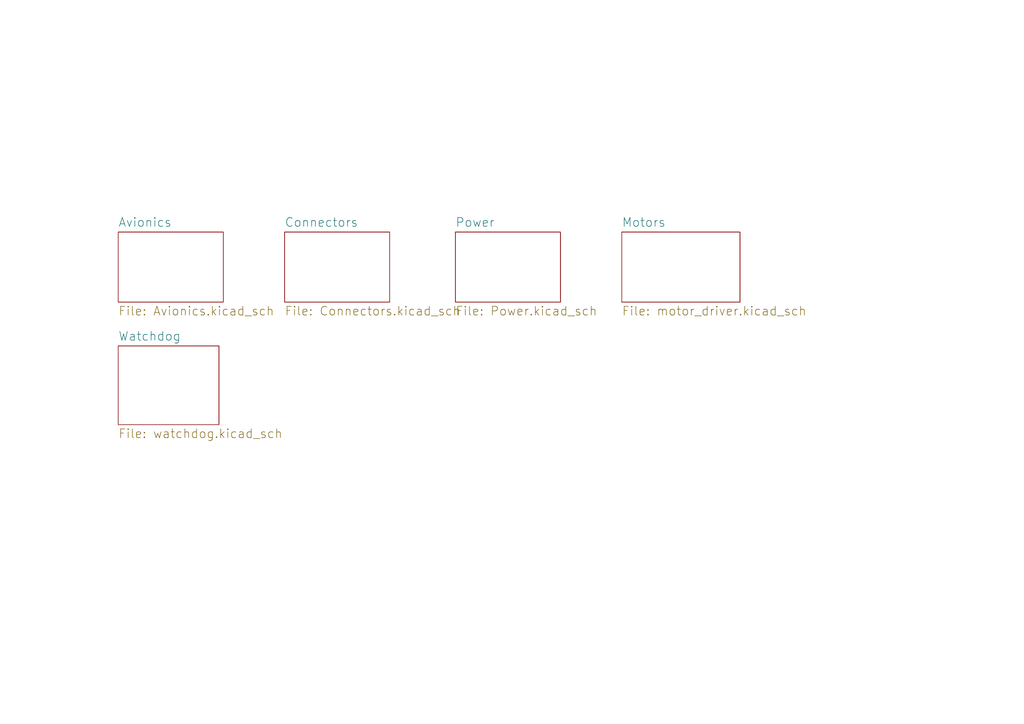
<source format=kicad_sch>
(kicad_sch
	(version 20250114)
	(generator "eeschema")
	(generator_version "9.0")
	(uuid "db20b18b-d25a-428e-8229-70a189e1de75")
	(paper "A4")
	(title_block
		(title "Reaction Wheel Motor Board")
		(date "2025-04-07")
		(rev "1.1")
		(company "Stanford Student Space Initiative")
		(comment 1 "Carson Lauer")
	)
	(lib_symbols)
	(sheet
		(at 34.29 67.31)
		(size 30.48 20.32)
		(exclude_from_sim no)
		(in_bom yes)
		(on_board yes)
		(dnp no)
		(fields_autoplaced yes)
		(stroke
			(width 0)
			(type solid)
		)
		(fill
			(color 0 0 0 0.0000)
		)
		(uuid "00000000-0000-0000-0000-00005cec5a72")
		(property "Sheetname" "Avionics"
			(at 34.29 65.9634 0)
			(effects
				(font
					(size 2.54 2.54)
				)
				(justify left bottom)
			)
		)
		(property "Sheetfile" "Avionics.kicad_sch"
			(at 34.29 88.7226 0)
			(effects
				(font
					(size 2.54 2.54)
				)
				(justify left top)
			)
		)
		(instances
			(project "motor_board"
				(path "/db20b18b-d25a-428e-8229-70a189e1de75"
					(page "2")
				)
			)
		)
	)
	(sheet
		(at 132.08 67.31)
		(size 30.48 20.32)
		(exclude_from_sim no)
		(in_bom yes)
		(on_board yes)
		(dnp no)
		(fields_autoplaced yes)
		(stroke
			(width 0)
			(type solid)
		)
		(fill
			(color 0 0 0 0.0000)
		)
		(uuid "00000000-0000-0000-0000-00005cec5dde")
		(property "Sheetname" "Power"
			(at 132.08 65.9634 0)
			(effects
				(font
					(size 2.54 2.54)
				)
				(justify left bottom)
			)
		)
		(property "Sheetfile" "Power.kicad_sch"
			(at 132.08 88.7226 0)
			(effects
				(font
					(size 2.54 2.54)
				)
				(justify left top)
			)
		)
		(instances
			(project "motor_board"
				(path "/db20b18b-d25a-428e-8229-70a189e1de75"
					(page "5")
				)
			)
		)
	)
	(sheet
		(at 82.55 67.31)
		(size 30.48 20.32)
		(exclude_from_sim no)
		(in_bom yes)
		(on_board yes)
		(dnp no)
		(fields_autoplaced yes)
		(stroke
			(width 0)
			(type solid)
		)
		(fill
			(color 0 0 0 0.0000)
		)
		(uuid "00000000-0000-0000-0000-00005cec60eb")
		(property "Sheetname" "Connectors"
			(at 82.55 65.9634 0)
			(effects
				(font
					(size 2.54 2.54)
				)
				(justify left bottom)
			)
		)
		(property "Sheetfile" "Connectors.kicad_sch"
			(at 82.55 88.7226 0)
			(effects
				(font
					(size 2.54 2.54)
				)
				(justify left top)
			)
		)
		(instances
			(project "motor_board"
				(path "/db20b18b-d25a-428e-8229-70a189e1de75"
					(page "4")
				)
			)
		)
	)
	(sheet
		(at 34.29 100.33)
		(size 29.21 22.86)
		(exclude_from_sim no)
		(in_bom yes)
		(on_board yes)
		(dnp no)
		(fields_autoplaced yes)
		(stroke
			(width 0.1524)
			(type solid)
		)
		(fill
			(color 0 0 0 0.0000)
		)
		(uuid "a393ea4a-5f4e-4c0f-917f-6d28e91dd546")
		(property "Sheetname" "Watchdog"
			(at 34.29 98.9834 0)
			(effects
				(font
					(size 2.54 2.54)
				)
				(justify left bottom)
			)
		)
		(property "Sheetfile" "watchdog.kicad_sch"
			(at 34.29 124.2826 0)
			(effects
				(font
					(size 2.54 2.54)
				)
				(justify left top)
			)
		)
		(instances
			(project "motor_board"
				(path "/db20b18b-d25a-428e-8229-70a189e1de75"
					(page "7")
				)
			)
		)
	)
	(sheet
		(at 180.34 67.31)
		(size 34.29 20.32)
		(exclude_from_sim no)
		(in_bom yes)
		(on_board yes)
		(dnp no)
		(fields_autoplaced yes)
		(stroke
			(width 0.1524)
			(type solid)
		)
		(fill
			(color 0 0 0 0.0000)
		)
		(uuid "c83b0c2f-2d19-4aec-a657-bda2046fb347")
		(property "Sheetname" "Motors"
			(at 180.34 65.9634 0)
			(effects
				(font
					(size 2.54 2.54)
				)
				(justify left bottom)
			)
		)
		(property "Sheetfile" "motor_driver.kicad_sch"
			(at 180.34 88.7226 0)
			(effects
				(font
					(size 2.54 2.54)
				)
				(justify left top)
			)
		)
		(instances
			(project "motor_board"
				(path "/db20b18b-d25a-428e-8229-70a189e1de75"
					(page "6")
				)
			)
		)
	)
	(sheet_instances
		(path "/"
			(page "1")
		)
	)
	(embedded_fonts no)
)

</source>
